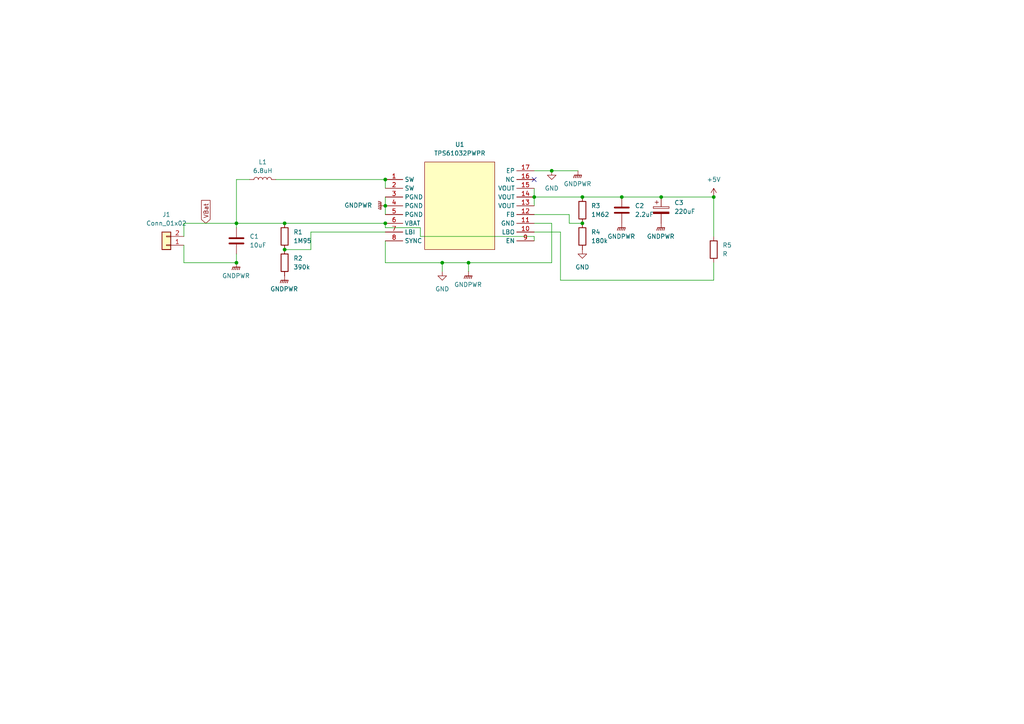
<source format=kicad_sch>
(kicad_sch (version 20231120) (generator "eeschema") (generator_version "8.0")
  (paper "A4")
  (lib_symbols
    (symbol "Connector_Generic:Conn_01x02" (pin_names (offset 1.016) hide)
      (property "Reference" "J" (at 0 2.54 0))
      (property "Value" "Conn_01x02" (at 0 -5.08 0))
      (symbol "Conn_01x02_1_1"
        (rectangle (start -1.27 -2.413) (end 0 -2.667) (stroke (width 0.1524)))
        (rectangle (start -1.27 0.127) (end 0 -0.127) (stroke (width 0.1524)))
        (rectangle (start -1.27 1.27) (end 1.27 -3.81) (stroke (width 0.254)) (fill (type background)))
        (pin passive line (at -5.08 0 0) (length 3.81) (name "Pin_1") (number "1"))
        (pin passive line (at -5.08 -2.54 0) (length 3.81) (name "Pin_2") (number "2"))
      )
    )
    (symbol "Device:C" (pin_numbers hide) (pin_names (offset 0.254))
      (property "Reference" "C" (at 0.635 2.54 0))
      (property "Value" "C" (at 0.635 -2.54 0))
      (symbol "C_0_1"
        (polyline (pts (xy -2.032 -0.762) (xy 2.032 -0.762)) (stroke (width 0.508)))
        (polyline (pts (xy -2.032 0.762) (xy 2.032 0.762)) (stroke (width 0.508)))
      )
      (symbol "C_1_1"
        (pin passive line (at 0 3.81 270) (length 2.794) (name "~") (number "1"))
        (pin passive line (at 0 -3.81 90) (length 2.794) (name "~") (number "2"))
      )
    )
    (symbol "Device:C_Polarized" (pin_numbers hide) (pin_names (offset 0.254))
      (property "Reference" "C" (at 0.635 2.54 0))
      (property "Value" "C_Polarized" (at 0.635 -2.54 0))
      (symbol "C_Polarized_0_1"
        (rectangle (start -2.286 0.508) (end 2.286 1.016))
        (polyline (pts (xy -1.778 2.286) (xy -0.762 2.286)))
        (polyline (pts (xy -1.27 2.794) (xy -1.27 1.778)))
        (rectangle (start 2.286 -0.508) (end -2.286 -1.016) (fill (type outline)))
      )
      (symbol "C_Polarized_1_1"
        (pin passive line (at 0 3.81 270) (length 2.794) (name "~") (number "1"))
        (pin passive line (at 0 -3.81 90) (length 2.794) (name "~") (number "2"))
      )
    )
    (symbol "Device:L" (pin_numbers hide) (pin_names (offset 1.016) hide)
      (property "Reference" "L" (at -1.27 0 90))
      (property "Value" "L" (at 1.905 0 90))
      (symbol "L_0_1"
        (arc (start 0 -2.54) (mid 0.6323 -1.905) (end 0 -1.27))
        (arc (start 0 -1.27) (mid 0.6323 -0.635) (end 0 0))
        (arc (start 0 0) (mid 0.6323 0.635) (end 0 1.27))
        (arc (start 0 1.27) (mid 0.6323 1.905) (end 0 2.54))
      )
      (symbol "L_1_1"
        (pin passive line (at 0 3.81 270) (length 1.27) (name "1") (number "1"))
        (pin passive line (at 0 -3.81 90) (length 1.27) (name "2") (number "2"))
      )
    )
    (symbol "Device:R" (pin_numbers hide) (pin_names (offset 0))
      (property "Reference" "R" (at 2.032 0 90))
      (property "Value" "R" (at 0 0 90))
      (symbol "R_0_1"
        (rectangle (start -1.016 -2.54) (end 1.016 2.54) (stroke (width 0.254)))
      )
      (symbol "R_1_1"
        (pin passive line (at 0 3.81 270) (length 1.27) (name "~") (number "1"))
        (pin passive line (at 0 -3.81 90) (length 1.27) (name "~") (number "2"))
      )
    )
    (symbol "easyeda2kicad:TPS61032PWPR"
      (property "Reference" "U" (at 0 15.24 0))
      (property "Value" "TPS61032PWPR" (at 0 -15.24 0))
      (symbol "TPS61032PWPR_0_1"
        (rectangle (start -10.16 12.7) (end 10.16 -12.7) (fill (type background)))
        (pin unspecified line (at -21.59 7.62 0) (length 5.08) (name "SW") (number "1"))
        (pin unspecified line (at 21.59 -7.62 180) (length 5.08) (name "LBO") (number "10"))
        (pin unspecified line (at 21.59 -5.08 180) (length 5.08) (name "GND") (number "11"))
        (pin unspecified line (at 21.59 -2.54 180) (length 5.08) (name "FB") (number "12"))
        (pin unspecified line (at 21.59 0 180) (length 5.08) (name "VOUT") (number "13"))
        (pin unspecified line (at 21.59 2.54 180) (length 5.08) (name "VOUT") (number "14"))
        (pin unspecified line (at 21.59 5.08 180) (length 5.08) (name "VOUT") (number "15"))
        (pin unspecified line (at 21.59 7.62 180) (length 5.08) (name "NC") (number "16"))
        (pin unspecified line (at 21.59 10.16 180) (length 5.08) (name "EP") (number "17"))
        (pin unspecified line (at -21.59 5.08 0) (length 5.08) (name "SW") (number "2"))
        (pin unspecified line (at -21.59 2.54 0) (length 5.08) (name "PGND") (number "3"))
        (pin unspecified line (at -21.59 0 0) (length 5.08) (name "PGND") (number "4"))
        (pin unspecified line (at -21.59 -2.54 0) (length 5.08) (name "PGND") (number "5"))
        (pin unspecified line (at -21.59 -5.08 0) (length 5.08) (name "VBAT") (number "6"))
        (pin unspecified line (at -21.59 -7.62 0) (length 5.08) (name "LBI") (number "7"))
        (pin unspecified line (at -21.59 -10.16 0) (length 5.08) (name "SYNC") (number "8"))
        (pin unspecified line (at 21.59 -10.16 180) (length 5.08) (name "EN") (number "9"))
      )
    )
    (symbol "power:+5V" (power) (pin_numbers hide) (pin_names (offset 0) hide)
      (property "Value" "+5V" (at 0 3.556 0))
      (symbol "+5V_0_1"
        (polyline (pts (xy -0.762 1.27) (xy 0 2.54)))
        (polyline (pts (xy 0 0) (xy 0 2.54)))
        (polyline (pts (xy 0 2.54) (xy 0.762 1.27)))
      )
      (symbol "+5V_1_1"
        (pin power_in line (at 0 0 90) (length 0) (name "~") (number "1"))
      )
    )
    (symbol "power:GND" (power) (pin_numbers hide) (pin_names (offset 0) hide)
      (property "Value" "GND" (at 0 -3.81 0))
      (symbol "GND_0_1"
        (polyline (pts (xy 0 0) (xy 0 -1.27) (xy 1.27 -1.27) (xy 0 -2.54) (xy -1.27 -1.27) (xy 0 -1.27)))
      )
      (symbol "GND_1_1"
        (pin power_in line (at 0 0 270) (length 0) (name "~") (number "1"))
      )
    )
    (symbol "power:GNDPWR" (power) (pin_numbers hide) (pin_names (offset 0) hide)
      (property "Value" "GNDPWR" (at 0 -3.302 0))
      (symbol "GNDPWR_0_1"
        (polyline (pts (xy 0 -1.27) (xy 0 0)))
        (polyline (pts (xy -1.016 -1.27) (xy -1.27 -2.032) (xy -1.27 -2.032)) (stroke (width 0.2032)))
        (polyline (pts (xy -0.508 -1.27) (xy -0.762 -2.032) (xy -0.762 -2.032)) (stroke (width 0.2032)))
        (polyline (pts (xy 0 -1.27) (xy -0.254 -2.032) (xy -0.254 -2.032)) (stroke (width 0.2032)))
        (polyline (pts (xy 0.508 -1.27) (xy 0.254 -2.032) (xy 0.254 -2.032)) (stroke (width 0.2032)))
        (polyline (pts (xy 1.016 -1.27) (xy -1.016 -1.27) (xy -1.016 -1.27)) (stroke (width 0.2032)))
        (polyline (pts (xy 1.016 -1.27) (xy 0.762 -2.032) (xy 0.762 -2.032) (xy 0.762 -2.032)) (stroke (width 0.2032)))
      )
      (symbol "GNDPWR_1_1"
        (pin power_in line (at 0 0 270) (length 0) (name "~") (number "1"))
      )
    )
  )
  (junction (at 160.02 49.53))
  (junction (at 68.58 76.2))
  (junction (at 207.01 57.15))
  (junction (at 111.76 64.77))
  (junction (at 68.58 64.77))
  (junction (at 111.76 59.69))
  (junction (at 168.91 64.77))
  (junction (at 191.77 57.15))
  (junction (at 128.27 76.2))
  (junction (at 154.94 57.15))
  (junction (at 135.89 76.2))
  (junction (at 82.55 72.39))
  (junction (at 82.55 64.77))
  (junction (at 168.91 57.15))
  (junction (at 111.76 52.07))
  (junction (at 180.34 57.15))
  (no_connect (at 154.94 52.07))
  (wire (pts (xy 154.94 68.58) (xy 121.92 68.58)))
  (wire (pts (xy 162.56 67.31) (xy 162.56 81.28)))
  (wire (pts (xy 162.56 81.28) (xy 207.01 81.28)))
  (wire (pts (xy 53.34 64.77) (xy 68.58 64.77)))
  (wire (pts (xy 135.89 76.2) (xy 160.02 76.2)))
  (wire (pts (xy 111.76 57.15) (xy 111.76 59.69)))
  (wire (pts (xy 68.58 64.77) (xy 68.58 66.04)))
  (wire (pts (xy 53.34 76.2) (xy 68.58 76.2)))
  (wire (pts (xy 90.17 67.31) (xy 90.17 72.39)))
  (wire (pts (xy 68.58 64.77) (xy 82.55 64.77)))
  (wire (pts (xy 68.58 64.77) (xy 68.58 52.07)))
  (wire (pts (xy 154.94 54.61) (xy 154.94 57.15)))
  (wire (pts (xy 68.58 73.66) (xy 68.58 76.2)))
  (wire (pts (xy 111.76 66.04) (xy 111.76 64.77)))
  (wire (pts (xy 53.34 68.58) (xy 53.34 64.77)))
  (wire (pts (xy 68.58 52.07) (xy 72.39 52.07)))
  (wire (pts (xy 154.94 57.15) (xy 168.91 57.15)))
  (wire (pts (xy 154.94 62.23) (xy 165.1 62.23)))
  (wire (pts (xy 121.92 68.58) (xy 121.92 66.04)))
  (wire (pts (xy 128.27 76.2) (xy 128.27 78.74)))
  (wire (pts (xy 53.34 71.12) (xy 53.34 76.2)))
  (wire (pts (xy 207.01 57.15) (xy 207.01 68.58)))
  (wire (pts (xy 191.77 57.15) (xy 207.01 57.15)))
  (wire (pts (xy 165.1 64.77) (xy 168.91 64.77)))
  (wire (pts (xy 111.76 59.69) (xy 111.76 62.23)))
  (wire (pts (xy 111.76 67.31) (xy 90.17 67.31)))
  (wire (pts (xy 154.94 67.31) (xy 162.56 67.31)))
  (wire (pts (xy 135.89 76.2) (xy 135.89 78.74)))
  (wire (pts (xy 128.27 76.2) (xy 135.89 76.2)))
  (wire (pts (xy 180.34 57.15) (xy 191.77 57.15)))
  (wire (pts (xy 80.01 52.07) (xy 111.76 52.07)))
  (wire (pts (xy 168.91 57.15) (xy 180.34 57.15)))
  (wire (pts (xy 165.1 62.23) (xy 165.1 64.77)))
  (wire (pts (xy 154.94 68.58) (xy 154.94 69.85)))
  (wire (pts (xy 160.02 76.2) (xy 160.02 64.77)))
  (wire (pts (xy 111.76 69.85) (xy 111.76 76.2)))
  (wire (pts (xy 121.92 66.04) (xy 111.76 66.04)))
  (wire (pts (xy 90.17 72.39) (xy 82.55 72.39)))
  (wire (pts (xy 154.94 57.15) (xy 154.94 59.69)))
  (wire (pts (xy 160.02 49.53) (xy 167.64 49.53)))
  (wire (pts (xy 160.02 64.77) (xy 154.94 64.77)))
  (wire (pts (xy 82.55 64.77) (xy 111.76 64.77)))
  (wire (pts (xy 111.76 52.07) (xy 111.76 54.61)))
  (wire (pts (xy 154.94 49.53) (xy 160.02 49.53)))
  (wire (pts (xy 207.01 81.28) (xy 207.01 76.2)))
  (wire (pts (xy 111.76 76.2) (xy 128.27 76.2)))
  (global_label "VBat" (shape input) (at 59.69 64.77 90) (property "Intersheetrefs" "${INTERSHEET_REFS}" (effects (hide yes))))
  (symbol (lib_id "power:+5V") (at 207.01 57.15 0) (unit 1)
    (property "Reference" "#PWR01" (effects (hide yes)))
    (property "Value" "+5V" (at 207.01 52.07 0))
    (property "Description" "Power symbol creates a global label with name \"+5V\"" (effects (hide yes)))
  )
  (symbol (lib_id "power:GNDPWR") (at 68.58 76.2 0) (unit 1)
    (property "Reference" "#PWR07" (effects (hide yes)))
    (property "Value" "GNDPWR" (at 68.453 80.01 0))
    (property "Description" "Power symbol creates a global label with name \"GNDPWR\" , global ground" (effects (hide yes)))
  )
  (symbol (lib_id "power:GND") (at 160.02 49.53 0) (unit 1)
    (property "Reference" "#PWR012" (effects (hide yes)))
    (property "Value" "GND" (at 160.02 54.61 0))
    (property "Description" "Power symbol creates a global label with name \"GND\" , ground" (effects (hide yes)))
  )
  (symbol (lib_id "power:GNDPWR") (at 180.34 64.77 0) (unit 1)
    (property "Reference" "#PWR010" (effects (hide yes)))
    (property "Value" "GNDPWR" (at 180.213 68.58 0))
    (property "Description" "Power symbol creates a global label with name \"GNDPWR\" , global ground" (effects (hide yes)))
  )
  (symbol (lib_id "Device:R") (at 168.91 68.58 0) (unit 1)
    (property "Reference" "R4" (at 171.45 67.3099 0) (effects (justify left)))
    (property "Value" "180k" (at 171.45 69.8499 0) (effects (justify left)))
    (property "Footprint" "Resistor_SMD:R_1206_3216Metric" (effects (hide yes)))
    (property "Description" "Resistor" (effects (hide yes)))
  )
  (symbol (lib_id "power:GNDPWR") (at 167.64 49.53 0) (unit 1)
    (property "Reference" "#PWR013" (effects (hide yes)))
    (property "Value" "GNDPWR" (at 167.513 53.34 0))
    (property "Description" "Power symbol creates a global label with name \"GNDPWR\" , global ground" (effects (hide yes)))
  )
  (symbol (lib_id "Connector_Generic:Conn_01x02") (at 48.26 71.12 180) (unit 1)
    (property "Reference" "J1" (at 48.26 62.23 0))
    (property "Value" "Conn_01x02" (at 48.26 64.77 0))
    (property "Footprint" "Connector_PinHeader_2.54mm:PinHeader_1x02_P2.54mm_Horizontal" (effects (hide yes)))
    (property "Description" "Generic connector, single row, 01x02, script generated (kicad-library-utils/schlib/autogen/connector/)" (effects (hide yes)))
  )
  (symbol (lib_id "Device:R") (at 168.91 60.96 0) (unit 1)
    (property "Reference" "R3" (at 171.45 59.6899 0) (effects (justify left)))
    (property "Value" "1M62" (at 171.45 62.2299 0) (effects (justify left)))
    (property "Footprint" "Resistor_SMD:R_1206_3216Metric" (effects (hide yes)))
    (property "Description" "Resistor" (effects (hide yes)))
  )
  (symbol (lib_id "Device:R") (at 82.55 68.58 0) (unit 1)
    (property "Reference" "R1" (at 85.09 67.3099 0) (effects (justify left)))
    (property "Value" "1M95" (at 85.09 69.8499 0) (effects (justify left)))
    (property "Footprint" "Resistor_SMD:R_1206_3216Metric" (effects (hide yes)))
    (property "Description" "Resistor" (effects (hide yes)))
  )
  (symbol (lib_id "power:GND") (at 168.91 72.39 0) (unit 1)
    (property "Reference" "#PWR09" (effects (hide yes)))
    (property "Value" "GND" (at 168.91 77.47 0))
    (property "Description" "Power symbol creates a global label with name \"GND\" , ground" (effects (hide yes)))
  )
  (symbol (lib_id "power:GNDPWR") (at 135.89 78.74 0) (unit 1)
    (property "Reference" "#PWR05" (effects (hide yes)))
    (property "Value" "GNDPWR" (at 135.763 82.55 0))
    (property "Description" "Power symbol creates a global label with name \"GNDPWR\" , global ground" (effects (hide yes)))
  )
  (symbol (lib_id "power:GNDPWR") (at 111.76 59.69 270) (unit 1)
    (property "Reference" "#PWR06" (effects (hide yes)))
    (property "Value" "GNDPWR" (at 107.95 59.5629 90) (effects (justify right)))
    (property "Description" "Power symbol creates a global label with name \"GNDPWR\" , global ground" (effects (hide yes)))
  )
  (symbol (lib_id "power:GNDPWR") (at 82.55 80.01 0) (unit 1)
    (property "Reference" "#PWR08" (effects (hide yes)))
    (property "Value" "GNDPWR" (at 82.423 83.82 0))
    (property "Description" "Power symbol creates a global label with name \"GNDPWR\" , global ground" (effects (hide yes)))
  )
  (symbol (lib_id "Device:C_Polarized") (at 191.77 60.96 0) (unit 1)
    (property "Reference" "C3" (at 195.58 58.8009 0) (effects (justify left)))
    (property "Value" "220uF" (at 195.58 61.3409 0) (effects (justify left)))
    (property "Footprint" "Capacitor_SMD:CP_Elec_6.3x7.7" (effects (hide yes)))
    (property "Description" "Polarized capacitor" (effects (hide yes)))
    (property "LCSC" "C2887273" (effects (hide yes)))
  )
  (symbol (lib_id "Device:L") (at 76.2 52.07 270) (mirror x) (unit 1)
    (property "Reference" "L1" (at 76.2 46.99 90))
    (property "Value" "6.8uH" (at 76.2 49.53 90))
    (property "Footprint" "Inductor_SMD:L_Sunlord_MWSA1004S" (effects (hide yes)))
    (property "Description" "Inductor" (effects (hide yes)))
    (property "LCSC" "C2921230" (effects (hide yes)))
  )
  (symbol (lib_id "easyeda2kicad:TPS61032PWPR") (at 133.35 59.69 0) (unit 1)
    (property "Reference" "U1" (at 133.35 41.91 0))
    (property "Value" "TPS61032PWPR" (at 133.35 44.45 0))
    (property "Footprint" "easyeda2kicad:HTSSOP-16_L5.0-W4.4-P0.65-LS6.4-BL-EP" (effects (hide yes)))
    (property "Datasheet" "https://lcsc.com/product-detail/DC-DC-Converters_TI_TPS61032PWPR_TPS61032PWPR_C88716.html" (effects (hide yes)))
    (property "LCSC Part" "C88716" (effects (hide yes)))
  )
  (symbol (lib_id "Device:C") (at 68.58 69.85 0) (unit 1)
    (property "Reference" "C1" (at 72.39 68.5799 0) (effects (justify left)))
    (property "Value" "10uF" (at 72.39 71.1199 0) (effects (justify left)))
    (property "Footprint" "Capacitor_SMD:C_1206_3216Metric" (effects (hide yes)))
    (property "Description" "Unpolarized capacitor" (effects (hide yes)))
  )
  (symbol (lib_id "Device:C") (at 180.34 60.96 0) (unit 1)
    (property "Reference" "C2" (at 184.15 59.6899 0) (effects (justify left)))
    (property "Value" "2.2uF" (at 184.15 62.2299 0) (effects (justify left)))
    (property "Footprint" "Capacitor_SMD:C_1206_3216Metric" (effects (hide yes)))
    (property "Description" "Unpolarized capacitor" (effects (hide yes)))
  )
  (symbol (lib_id "power:GNDPWR") (at 191.77 64.77 0) (unit 1)
    (property "Reference" "#PWR011" (effects (hide yes)))
    (property "Value" "GNDPWR" (at 191.643 68.58 0))
    (property "Description" "Power symbol creates a global label with name \"GNDPWR\" , global ground" (effects (hide yes)))
  )
  (symbol (lib_id "Device:R") (at 82.55 76.2 0) (unit 1)
    (property "Reference" "R2" (at 85.09 74.9299 0) (effects (justify left)))
    (property "Value" "390k" (at 85.09 77.4699 0) (effects (justify left)))
    (property "Footprint" "Resistor_SMD:R_1206_3216Metric" (effects (hide yes)))
    (property "Description" "Resistor" (effects (hide yes)))
  )
  (symbol (lib_id "Device:R") (at 207.01 72.39 0) (unit 1)
    (property "Reference" "R5" (at 209.55 71.1199 0) (effects (justify left)))
    (property "Value" "R" (at 209.55 73.6599 0) (effects (justify left)))
    (property "Footprint" "Resistor_SMD:R_1206_3216Metric" (effects (hide yes)))
    (property "Description" "Resistor" (effects (hide yes)))
  )
  (symbol (lib_id "power:GND") (at 128.27 78.74 0) (unit 1)
    (property "Reference" "#PWR04" (effects (hide yes)))
    (property "Value" "GND" (at 128.27 83.82 0))
    (property "Description" "Power symbol creates a global label with name \"GND\" , ground" (effects (hide yes)))
  )
)
</source>
